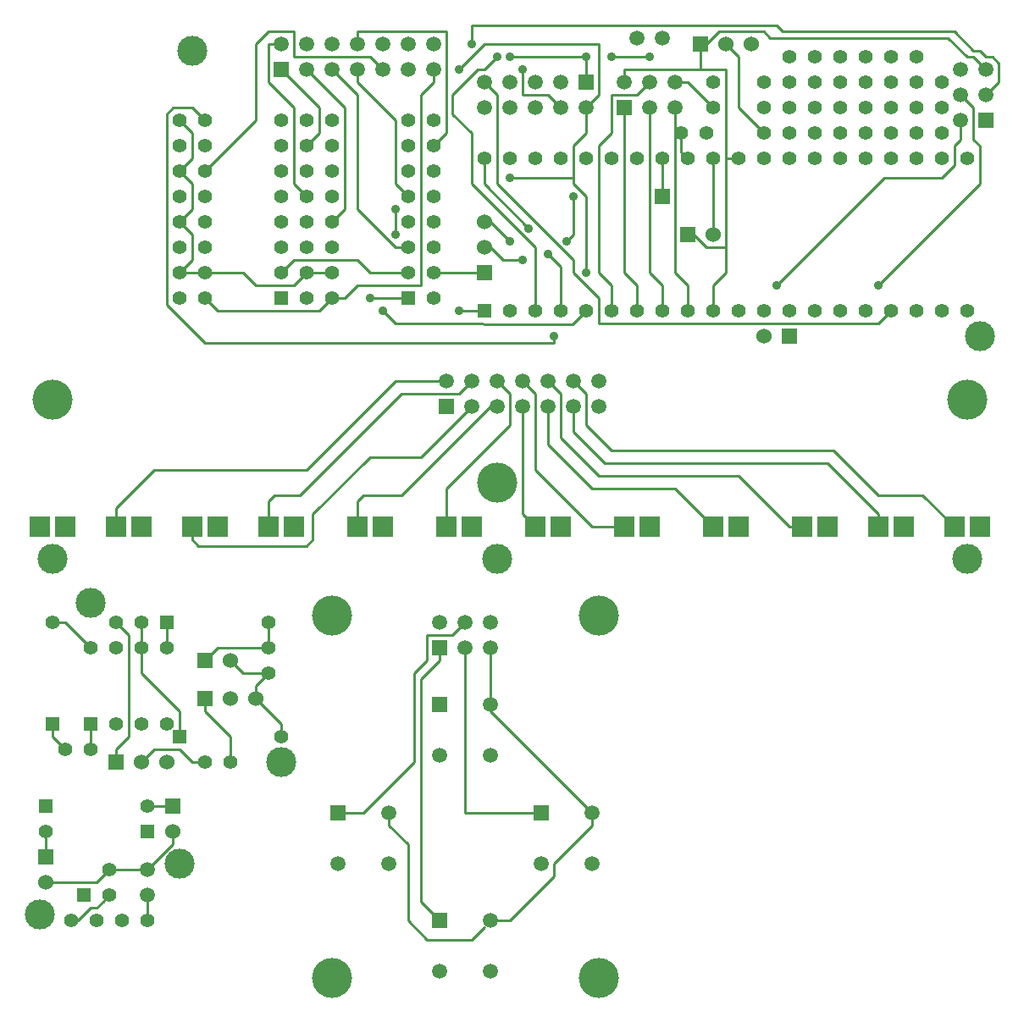
<source format=gtl>
G04 (created by PCBNEW (2013-07-07 BZR 4022)-stable) date 2014-10-27 00:32:54*
%MOIN*%
G04 Gerber Fmt 3.4, Leading zero omitted, Abs format*
%FSLAX34Y34*%
G01*
G70*
G90*
G04 APERTURE LIST*
%ADD10C,0.00590551*%
%ADD11C,0.055*%
%ADD12R,0.055X0.055*%
%ADD13R,0.0590551X0.0590551*%
%ADD14C,0.0590551*%
%ADD15R,0.0787402X0.0787402*%
%ADD16R,0.06X0.06*%
%ADD17C,0.06*%
%ADD18C,0.11811*%
%ADD19C,0.15748*%
%ADD20C,0.035*%
%ADD21C,0.01*%
G04 APERTURE END LIST*
G54D10*
G54D11*
X35500Y-8500D03*
X35500Y-7500D03*
X43500Y-6500D03*
X42500Y-6500D03*
X42500Y-7500D03*
X41500Y-7500D03*
X41500Y-6500D03*
X40500Y-6500D03*
X40500Y-7500D03*
X39500Y-7500D03*
X39500Y-6500D03*
X38500Y-6500D03*
X44500Y-9500D03*
X44500Y-8500D03*
X43500Y-9500D03*
X43500Y-8500D03*
X42500Y-9500D03*
X42500Y-8500D03*
X41500Y-9500D03*
X41500Y-8500D03*
X40500Y-9500D03*
X40500Y-8500D03*
X39500Y-9500D03*
X39500Y-8500D03*
X38500Y-7500D03*
X37500Y-7500D03*
X38500Y-9500D03*
X38500Y-8500D03*
X37500Y-9500D03*
X37500Y-8500D03*
G54D12*
X26500Y-16500D03*
G54D11*
X27500Y-16500D03*
X28500Y-16500D03*
X29500Y-16500D03*
X30500Y-16500D03*
X31500Y-16500D03*
X32500Y-16500D03*
X33500Y-16500D03*
X34500Y-16500D03*
X35500Y-16500D03*
X36500Y-16500D03*
X37500Y-16500D03*
X38500Y-16500D03*
X39500Y-16500D03*
X40500Y-16500D03*
X41500Y-16500D03*
X42500Y-16500D03*
X43500Y-16500D03*
X44500Y-16500D03*
X45500Y-16500D03*
X45500Y-10500D03*
X44500Y-10500D03*
X43500Y-10500D03*
X42500Y-10500D03*
X41500Y-10500D03*
X40500Y-10500D03*
X39500Y-10500D03*
X38500Y-10500D03*
X37500Y-10500D03*
X36500Y-10500D03*
X35500Y-10500D03*
X34500Y-10500D03*
X33500Y-10500D03*
X32500Y-10500D03*
X31500Y-10500D03*
X30500Y-10500D03*
X29500Y-10500D03*
X28500Y-10500D03*
X27500Y-10500D03*
X26500Y-10500D03*
X44500Y-7500D03*
X43500Y-7500D03*
G54D13*
X32000Y-8500D03*
G54D14*
X32000Y-7500D03*
X33000Y-8500D03*
X33000Y-7500D03*
X34000Y-8500D03*
X34000Y-7500D03*
G54D12*
X23500Y-16000D03*
G54D11*
X23500Y-15000D03*
X23500Y-14000D03*
X23500Y-13000D03*
X23500Y-12000D03*
X23500Y-11000D03*
X23500Y-10000D03*
X23500Y-9000D03*
X20500Y-9000D03*
X20500Y-10000D03*
X20500Y-11000D03*
X20500Y-12000D03*
X20500Y-13000D03*
X20500Y-14000D03*
X20500Y-15000D03*
X20500Y-16000D03*
G54D12*
X18500Y-16000D03*
G54D11*
X18500Y-15000D03*
X18500Y-14000D03*
X18500Y-13000D03*
X18500Y-12000D03*
X18500Y-11000D03*
X18500Y-10000D03*
X18500Y-9000D03*
X15500Y-9000D03*
X15500Y-10000D03*
X15500Y-11000D03*
X15500Y-12000D03*
X15500Y-13000D03*
X15500Y-14000D03*
X15500Y-15000D03*
X15500Y-16000D03*
G54D13*
X18500Y-7000D03*
G54D14*
X18500Y-6000D03*
X19500Y-7000D03*
X19500Y-6000D03*
X20500Y-7000D03*
X20500Y-6000D03*
X21500Y-7000D03*
X21500Y-6000D03*
X22500Y-7000D03*
X22500Y-6000D03*
X23500Y-7000D03*
X23500Y-6000D03*
X24500Y-7000D03*
X24500Y-6000D03*
X29500Y-8500D03*
X28500Y-8500D03*
X27500Y-8500D03*
G54D13*
X30500Y-7500D03*
G54D14*
X29500Y-7500D03*
X28500Y-7500D03*
X27500Y-7500D03*
X30500Y-8500D03*
X26500Y-7500D03*
X26500Y-8500D03*
G54D13*
X25000Y-20250D03*
G54D14*
X25000Y-19250D03*
X26000Y-20250D03*
X26000Y-19250D03*
X27000Y-20250D03*
X27000Y-19250D03*
X28000Y-20250D03*
X28000Y-19250D03*
X29000Y-20250D03*
X29000Y-19250D03*
X30000Y-20250D03*
X30000Y-19250D03*
X31000Y-20250D03*
X31000Y-19250D03*
G54D15*
X9000Y-25000D03*
X10000Y-25000D03*
X12000Y-25000D03*
X13000Y-25000D03*
X15000Y-25000D03*
X16000Y-25000D03*
X18000Y-25000D03*
X19000Y-25000D03*
X21500Y-25000D03*
X22500Y-25000D03*
X25000Y-25000D03*
X26000Y-25000D03*
X28500Y-25000D03*
X29500Y-25000D03*
X32000Y-25000D03*
X33000Y-25000D03*
X35500Y-25000D03*
X36500Y-25000D03*
X39000Y-25000D03*
X40000Y-25000D03*
X42000Y-25000D03*
X43000Y-25000D03*
X45000Y-25000D03*
X46000Y-25000D03*
G54D11*
X13000Y-28750D03*
X12000Y-28750D03*
X11000Y-33750D03*
X10000Y-33750D03*
X18000Y-29750D03*
X18000Y-30750D03*
G54D16*
X15500Y-31750D03*
G54D17*
X16500Y-31750D03*
X17500Y-31750D03*
G54D16*
X15500Y-30250D03*
G54D17*
X16500Y-30250D03*
G54D12*
X11000Y-32750D03*
G54D11*
X12000Y-32750D03*
X13000Y-32750D03*
X14000Y-32750D03*
X14000Y-29750D03*
X13000Y-29750D03*
X12000Y-29750D03*
X11000Y-29750D03*
G54D12*
X9500Y-32750D03*
G54D11*
X9500Y-28750D03*
G54D12*
X14500Y-33250D03*
G54D11*
X18500Y-33250D03*
G54D12*
X14000Y-28750D03*
G54D11*
X18000Y-28750D03*
X15500Y-34250D03*
X16500Y-34250D03*
G54D16*
X12000Y-34250D03*
G54D17*
X13000Y-34250D03*
X14000Y-34250D03*
G54D11*
X24500Y-10000D03*
X24500Y-9000D03*
X24500Y-12000D03*
X24500Y-11000D03*
X24500Y-14000D03*
X24500Y-13000D03*
X24500Y-16000D03*
X24500Y-15000D03*
X19500Y-16000D03*
X19500Y-15000D03*
X19500Y-14000D03*
X19500Y-13000D03*
X19500Y-12000D03*
X19500Y-11000D03*
X19500Y-10000D03*
X19500Y-9000D03*
X14500Y-16000D03*
X14500Y-15000D03*
X14500Y-14000D03*
X14500Y-13000D03*
X14500Y-12000D03*
X14500Y-11000D03*
X14500Y-10000D03*
X14500Y-9000D03*
G54D14*
X13250Y-38500D03*
X13250Y-39500D03*
G54D12*
X10750Y-39500D03*
G54D11*
X11750Y-39500D03*
X11750Y-38500D03*
X10250Y-40500D03*
X11250Y-40500D03*
X13250Y-40500D03*
X12250Y-40500D03*
G54D16*
X9250Y-38000D03*
G54D17*
X9250Y-39000D03*
G54D16*
X14250Y-36000D03*
G54D17*
X14250Y-37000D03*
G54D12*
X9250Y-36000D03*
G54D11*
X13250Y-36000D03*
G54D12*
X13250Y-37000D03*
G54D11*
X9250Y-37000D03*
G54D16*
X35000Y-6000D03*
G54D17*
X36000Y-6000D03*
X37000Y-6000D03*
G54D14*
X33500Y-5750D03*
X32500Y-5750D03*
G54D13*
X24750Y-40500D03*
G54D14*
X26750Y-40500D03*
X26750Y-42500D03*
X24750Y-42500D03*
G54D13*
X20750Y-36250D03*
G54D14*
X22750Y-36250D03*
X22750Y-38250D03*
X20750Y-38250D03*
G54D13*
X28750Y-36250D03*
G54D14*
X30750Y-36250D03*
X30750Y-38250D03*
X28750Y-38250D03*
G54D13*
X24750Y-32000D03*
G54D14*
X26750Y-32000D03*
X26750Y-34000D03*
X24750Y-34000D03*
G54D13*
X24750Y-29750D03*
G54D14*
X24750Y-28750D03*
X25750Y-29750D03*
X25750Y-28750D03*
X26750Y-28750D03*
X26750Y-29750D03*
G54D11*
X34250Y-9500D03*
X35250Y-9500D03*
G54D16*
X38500Y-17500D03*
G54D17*
X37500Y-17500D03*
G54D13*
X46250Y-9000D03*
G54D14*
X45250Y-9000D03*
X46250Y-8000D03*
X45250Y-8000D03*
X45250Y-7000D03*
X46250Y-7000D03*
G54D18*
X15000Y-6250D03*
X46000Y-17500D03*
G54D19*
X45500Y-20000D03*
X9500Y-20000D03*
X27000Y-23250D03*
G54D18*
X45500Y-26250D03*
X9500Y-26250D03*
X27000Y-26250D03*
X18500Y-34250D03*
X11000Y-28000D03*
X14500Y-38250D03*
X9000Y-40250D03*
G54D16*
X26500Y-15000D03*
G54D17*
X26500Y-14000D03*
X26500Y-13000D03*
G54D16*
X34500Y-13500D03*
G54D17*
X35500Y-13500D03*
G54D16*
X33500Y-12000D03*
G54D19*
X31000Y-28500D03*
X20500Y-28500D03*
X20500Y-42750D03*
X31000Y-42750D03*
G54D20*
X38000Y-15500D03*
X28250Y-13250D03*
X28000Y-14500D03*
X26000Y-6000D03*
X27000Y-6500D03*
X42000Y-15500D03*
X30000Y-12000D03*
X29750Y-13750D03*
X29000Y-14250D03*
X28000Y-7000D03*
X22500Y-16500D03*
X22000Y-16000D03*
X25500Y-16500D03*
X29250Y-17500D03*
X27500Y-11250D03*
X27500Y-13750D03*
X30500Y-15000D03*
X25500Y-7000D03*
X27500Y-6500D03*
X33000Y-6500D03*
X31500Y-6500D03*
X30500Y-6500D03*
X23000Y-12500D03*
X23000Y-13500D03*
G54D21*
X13000Y-34250D02*
X13500Y-33750D01*
X15000Y-34250D02*
X15500Y-34250D01*
X14500Y-33750D02*
X15000Y-34250D01*
X13500Y-33750D02*
X14500Y-33750D01*
X29000Y-20250D02*
X29000Y-21750D01*
X34000Y-23500D02*
X35500Y-25000D01*
X30750Y-23500D02*
X34000Y-23500D01*
X29000Y-21750D02*
X30750Y-23500D01*
X27000Y-20250D02*
X26750Y-20250D01*
X21500Y-24000D02*
X21500Y-25000D01*
X21750Y-23750D02*
X21500Y-24000D01*
X23250Y-23750D02*
X21750Y-23750D01*
X26750Y-20250D02*
X23250Y-23750D01*
X27000Y-19250D02*
X27500Y-19750D01*
X25000Y-23500D02*
X25000Y-25000D01*
X27500Y-21000D02*
X25000Y-23500D01*
X27500Y-19750D02*
X27500Y-21000D01*
X28000Y-20250D02*
X28000Y-24500D01*
X28000Y-24500D02*
X28500Y-25000D01*
X28000Y-19250D02*
X28500Y-19750D01*
X30750Y-25000D02*
X32000Y-25000D01*
X28500Y-22750D02*
X30750Y-25000D01*
X28500Y-19750D02*
X28500Y-22750D01*
X29000Y-19250D02*
X29500Y-19750D01*
X38500Y-25000D02*
X39000Y-25000D01*
X36500Y-23000D02*
X38500Y-25000D01*
X34750Y-23000D02*
X36500Y-23000D01*
X31000Y-23000D02*
X34750Y-23000D01*
X29500Y-21500D02*
X31000Y-23000D01*
X29500Y-19750D02*
X29500Y-21500D01*
X30000Y-20250D02*
X30000Y-21250D01*
X42000Y-24500D02*
X42000Y-25000D01*
X40000Y-22500D02*
X42000Y-24500D01*
X37000Y-22500D02*
X40000Y-22500D01*
X31250Y-22500D02*
X37000Y-22500D01*
X30000Y-21250D02*
X31250Y-22500D01*
X30000Y-19250D02*
X30500Y-19750D01*
X43750Y-23750D02*
X45000Y-25000D01*
X42000Y-23750D02*
X43750Y-23750D01*
X40250Y-22000D02*
X42000Y-23750D01*
X31500Y-22000D02*
X40250Y-22000D01*
X30500Y-21000D02*
X31500Y-22000D01*
X30500Y-19750D02*
X30500Y-21000D01*
X26000Y-20250D02*
X24000Y-22250D01*
X15000Y-25500D02*
X15000Y-25000D01*
X15250Y-25750D02*
X15000Y-25500D01*
X19500Y-25750D02*
X15250Y-25750D01*
X19750Y-25500D02*
X19500Y-25750D01*
X19750Y-24500D02*
X19750Y-25500D01*
X22000Y-22250D02*
X19750Y-24500D01*
X24000Y-22250D02*
X22000Y-22250D01*
X16500Y-34250D02*
X16500Y-33250D01*
X15500Y-32250D02*
X15500Y-31750D01*
X16500Y-33250D02*
X15500Y-32250D01*
X12000Y-25000D02*
X12000Y-24250D01*
X23000Y-19250D02*
X25000Y-19250D01*
X19500Y-22750D02*
X23000Y-19250D01*
X13500Y-22750D02*
X19500Y-22750D01*
X12000Y-24250D02*
X13500Y-22750D01*
X26000Y-19250D02*
X25500Y-19750D01*
X18000Y-24000D02*
X18000Y-25000D01*
X18250Y-23750D02*
X18000Y-24000D01*
X19250Y-23750D02*
X18250Y-23750D01*
X23250Y-19750D02*
X19250Y-23750D01*
X25500Y-19750D02*
X23250Y-19750D01*
X25750Y-29750D02*
X25750Y-36250D01*
X25750Y-36250D02*
X28750Y-36250D01*
X18000Y-30750D02*
X17000Y-30750D01*
X17000Y-30750D02*
X16500Y-30250D01*
X17500Y-31750D02*
X17500Y-31250D01*
X17500Y-31250D02*
X18000Y-30750D01*
X18500Y-33250D02*
X18500Y-32750D01*
X18500Y-32750D02*
X17500Y-31750D01*
X13000Y-29750D02*
X13000Y-30750D01*
X14500Y-32250D02*
X14500Y-33250D01*
X13000Y-30750D02*
X14500Y-32250D01*
X13000Y-28750D02*
X13000Y-29750D01*
X12000Y-34250D02*
X12000Y-33750D01*
X12500Y-29250D02*
X12000Y-28750D01*
X12500Y-29750D02*
X12500Y-29250D01*
X12500Y-32250D02*
X12500Y-29750D01*
X12500Y-33250D02*
X12500Y-32250D01*
X12000Y-33750D02*
X12500Y-33250D01*
X24750Y-29750D02*
X24750Y-30250D01*
X24000Y-39750D02*
X24750Y-40500D01*
X24000Y-31000D02*
X24000Y-39750D01*
X24750Y-30250D02*
X24000Y-31000D01*
X11000Y-33750D02*
X11000Y-32750D01*
X13250Y-36000D02*
X14250Y-36000D01*
X14250Y-37000D02*
X14250Y-37500D01*
X14250Y-37500D02*
X13250Y-38500D01*
X13250Y-38500D02*
X11750Y-38500D01*
X9250Y-39000D02*
X11250Y-39000D01*
X11250Y-39000D02*
X11750Y-38500D01*
X45250Y-9750D02*
X45250Y-9000D01*
X45000Y-10000D02*
X45250Y-9750D01*
X45000Y-10750D02*
X45000Y-10000D01*
X44500Y-11250D02*
X45000Y-10750D01*
X42250Y-11250D02*
X44500Y-11250D01*
X38000Y-15500D02*
X42250Y-11250D01*
X26500Y-14000D02*
X26500Y-13750D01*
X26500Y-11500D02*
X26500Y-10500D01*
X28250Y-13250D02*
X26500Y-11500D01*
X27250Y-14500D02*
X28000Y-14500D01*
X26500Y-13750D02*
X27250Y-14500D01*
X33500Y-10500D02*
X33500Y-12000D01*
X28500Y-16500D02*
X28500Y-14000D01*
X46750Y-7500D02*
X46250Y-8000D01*
X46750Y-6750D02*
X46750Y-7500D01*
X46500Y-6500D02*
X46750Y-6750D01*
X46250Y-6500D02*
X46500Y-6500D01*
X46000Y-6250D02*
X46250Y-6500D01*
X45750Y-6250D02*
X46000Y-6250D01*
X45000Y-5500D02*
X45750Y-6250D01*
X44750Y-5500D02*
X45000Y-5500D01*
X44250Y-5500D02*
X44750Y-5500D01*
X38250Y-5500D02*
X44250Y-5500D01*
X38000Y-5250D02*
X38250Y-5500D01*
X35750Y-5250D02*
X38000Y-5250D01*
X26000Y-5250D02*
X35750Y-5250D01*
X26000Y-6000D02*
X26000Y-5250D01*
X26500Y-7000D02*
X27000Y-6500D01*
X26250Y-7000D02*
X26500Y-7000D01*
X25250Y-8000D02*
X26250Y-7000D01*
X25250Y-8750D02*
X25250Y-8000D01*
X26000Y-9500D02*
X25250Y-8750D01*
X26000Y-11500D02*
X26000Y-9500D01*
X28500Y-14000D02*
X26000Y-11500D01*
X29500Y-16500D02*
X29500Y-14750D01*
X45750Y-8500D02*
X45250Y-8000D01*
X45750Y-9750D02*
X45750Y-8500D01*
X46000Y-10000D02*
X45750Y-9750D01*
X46000Y-11500D02*
X46000Y-10000D01*
X42000Y-15500D02*
X46000Y-11500D01*
X30000Y-13500D02*
X30000Y-12000D01*
X29750Y-13750D02*
X30000Y-13500D01*
X29500Y-14750D02*
X29000Y-14250D01*
X19500Y-7000D02*
X21000Y-8500D01*
X21000Y-12500D02*
X20500Y-13000D01*
X21000Y-8500D02*
X21000Y-12500D01*
X9500Y-28750D02*
X10000Y-28750D01*
X10000Y-28750D02*
X11000Y-29750D01*
X9250Y-37000D02*
X9250Y-38000D01*
X25750Y-28750D02*
X25250Y-29250D01*
X21750Y-36250D02*
X20750Y-36250D01*
X23750Y-34250D02*
X21750Y-36250D01*
X23750Y-30750D02*
X23750Y-34250D01*
X24250Y-30250D02*
X23750Y-30750D01*
X24250Y-29250D02*
X24250Y-30250D01*
X25250Y-29250D02*
X24250Y-29250D01*
X13250Y-39500D02*
X13250Y-40500D01*
X29500Y-8500D02*
X29000Y-8000D01*
X28000Y-8000D02*
X28000Y-7000D01*
X29000Y-8000D02*
X28000Y-8000D01*
X26500Y-7500D02*
X27000Y-8000D01*
X42000Y-17000D02*
X42500Y-16500D01*
X31500Y-17000D02*
X42000Y-17000D01*
X31000Y-17000D02*
X31500Y-17000D01*
X31000Y-16000D02*
X31000Y-17000D01*
X30000Y-15000D02*
X31000Y-16000D01*
X30000Y-14500D02*
X30000Y-15000D01*
X27000Y-11500D02*
X30000Y-14500D01*
X27000Y-9000D02*
X27000Y-11500D01*
X27000Y-8000D02*
X27000Y-9000D01*
X14000Y-28750D02*
X14000Y-29750D01*
X29999Y-17014D02*
X30500Y-16500D01*
X23000Y-17000D02*
X29999Y-17014D01*
X22500Y-16500D02*
X23000Y-17000D01*
X18500Y-15000D02*
X19000Y-14500D01*
X22000Y-15000D02*
X23500Y-15000D01*
X21500Y-14500D02*
X22000Y-15000D01*
X19000Y-14500D02*
X21500Y-14500D01*
X22500Y-7000D02*
X22000Y-6500D01*
X17500Y-9000D02*
X15500Y-11000D01*
X17500Y-6000D02*
X17500Y-9000D01*
X18000Y-5500D02*
X17500Y-6000D01*
X19000Y-5500D02*
X18000Y-5500D01*
X19000Y-6500D02*
X19000Y-5500D01*
X22000Y-6500D02*
X19000Y-6500D01*
X22750Y-36250D02*
X22750Y-36750D01*
X26000Y-41250D02*
X26500Y-40750D01*
X24250Y-41250D02*
X26000Y-41250D01*
X23500Y-40500D02*
X24250Y-41250D01*
X23500Y-37500D02*
X23500Y-40500D01*
X22750Y-36750D02*
X23500Y-37500D01*
X30750Y-36250D02*
X30750Y-36750D01*
X27500Y-40500D02*
X26750Y-40500D01*
X29250Y-38750D02*
X27500Y-40500D01*
X29250Y-38250D02*
X29250Y-38750D01*
X30750Y-36750D02*
X29250Y-38250D01*
X26750Y-32000D02*
X26750Y-32250D01*
X26750Y-32250D02*
X30750Y-36250D01*
X26750Y-29750D02*
X26750Y-32000D01*
X9500Y-32750D02*
X9500Y-33250D01*
X9500Y-33250D02*
X10000Y-33750D01*
X22000Y-16000D02*
X23500Y-16000D01*
X26500Y-16500D02*
X25500Y-16500D01*
X33000Y-8500D02*
X33000Y-15000D01*
X33500Y-15500D02*
X33500Y-16500D01*
X33000Y-15000D02*
X33500Y-15500D01*
X18500Y-6000D02*
X18000Y-6000D01*
X19000Y-11500D02*
X19500Y-12000D01*
X19000Y-8500D02*
X19000Y-11500D01*
X18500Y-8000D02*
X19000Y-8500D01*
X18000Y-7500D02*
X18500Y-8000D01*
X18000Y-6000D02*
X18000Y-7500D01*
X36000Y-6000D02*
X36500Y-6500D01*
X36500Y-8500D02*
X37500Y-9500D01*
X36500Y-6500D02*
X36500Y-8500D01*
X15500Y-9000D02*
X15000Y-8500D01*
X29250Y-17750D02*
X29250Y-17500D01*
X29000Y-17750D02*
X29250Y-17750D01*
X15500Y-17750D02*
X29000Y-17750D01*
X14000Y-16250D02*
X15500Y-17750D01*
X14000Y-8750D02*
X14000Y-16250D01*
X14250Y-8500D02*
X14000Y-8750D01*
X15000Y-8500D02*
X14250Y-8500D01*
X32000Y-8500D02*
X32000Y-15000D01*
X32500Y-15500D02*
X32500Y-16500D01*
X32000Y-15000D02*
X32500Y-15500D01*
X34000Y-8500D02*
X34000Y-15000D01*
X34500Y-15500D02*
X34500Y-16500D01*
X34000Y-15000D02*
X34500Y-15500D01*
X18500Y-7000D02*
X20000Y-8500D01*
X20000Y-9500D02*
X19500Y-10000D01*
X20000Y-8500D02*
X20000Y-9500D01*
X21500Y-7000D02*
X21500Y-7500D01*
X23000Y-11500D02*
X23500Y-12000D01*
X23000Y-9000D02*
X23000Y-11500D01*
X21500Y-7500D02*
X23000Y-9000D01*
X24500Y-10000D02*
X25000Y-9500D01*
X21500Y-5500D02*
X21500Y-6000D01*
X25000Y-5500D02*
X21500Y-5500D01*
X25000Y-9500D02*
X25000Y-5500D01*
X34250Y-9500D02*
X34250Y-10250D01*
X34250Y-10250D02*
X34500Y-10500D01*
X23500Y-14000D02*
X23000Y-14000D01*
X21500Y-8000D02*
X20500Y-7000D01*
X21500Y-12500D02*
X21500Y-8000D01*
X23000Y-14000D02*
X21500Y-12500D01*
X33000Y-7500D02*
X32500Y-8000D01*
X31500Y-15500D02*
X31500Y-16500D01*
X31000Y-15000D02*
X31500Y-15500D01*
X31000Y-10000D02*
X31000Y-15000D01*
X31500Y-9500D02*
X31000Y-10000D01*
X31500Y-8000D02*
X31500Y-9500D01*
X32500Y-8000D02*
X31500Y-8000D01*
X18000Y-29750D02*
X18000Y-28750D01*
X18000Y-29750D02*
X17500Y-29750D01*
X16000Y-29750D02*
X15500Y-30250D01*
X17500Y-29750D02*
X16000Y-29750D01*
X28000Y-11250D02*
X30000Y-11250D01*
X27500Y-11250D02*
X28000Y-11250D01*
X30000Y-11500D02*
X30000Y-11250D01*
X30000Y-11250D02*
X30000Y-10000D01*
X30500Y-12000D02*
X30000Y-11500D01*
X30500Y-15000D02*
X30500Y-12000D01*
X26500Y-13000D02*
X26750Y-13000D01*
X26750Y-13000D02*
X27500Y-13750D01*
X34500Y-13500D02*
X34750Y-13500D01*
X35250Y-14000D02*
X36000Y-14000D01*
X34750Y-13500D02*
X35250Y-14000D01*
X46250Y-7000D02*
X45750Y-6500D01*
X35250Y-6000D02*
X35000Y-6000D01*
X35750Y-5500D02*
X35250Y-6000D01*
X37500Y-5500D02*
X35750Y-5500D01*
X37750Y-5750D02*
X37500Y-5500D01*
X44750Y-5750D02*
X37750Y-5750D01*
X45500Y-6500D02*
X44750Y-5750D01*
X45750Y-6500D02*
X45500Y-6500D01*
X36500Y-10500D02*
X36000Y-10500D01*
X35000Y-6000D02*
X35000Y-7000D01*
X30500Y-9500D02*
X30500Y-8500D01*
X30000Y-10000D02*
X30500Y-9500D01*
X30500Y-8500D02*
X31000Y-8000D01*
X31000Y-8000D02*
X31000Y-6000D01*
X31000Y-6000D02*
X26500Y-6000D01*
X26500Y-6000D02*
X25500Y-7000D01*
X20500Y-16000D02*
X21000Y-16000D01*
X24500Y-7500D02*
X24500Y-7000D01*
X24000Y-8000D02*
X24500Y-7500D01*
X24000Y-9000D02*
X24000Y-8000D01*
X24000Y-15500D02*
X24000Y-9000D01*
X23000Y-15500D02*
X24000Y-15500D01*
X22500Y-15500D02*
X23000Y-15500D01*
X21500Y-15500D02*
X22500Y-15500D01*
X21000Y-16000D02*
X21500Y-15500D01*
X32000Y-7500D02*
X32000Y-7000D01*
X32000Y-7000D02*
X35000Y-7000D01*
X35000Y-7000D02*
X36000Y-7000D01*
X36000Y-7000D02*
X36000Y-9750D01*
X36000Y-9750D02*
X36000Y-10500D01*
X36000Y-10500D02*
X36000Y-11000D01*
X36000Y-11000D02*
X36000Y-14000D01*
X36000Y-14000D02*
X36000Y-15000D01*
X36000Y-15000D02*
X35500Y-15500D01*
X35500Y-15500D02*
X35500Y-16500D01*
X20500Y-16000D02*
X20000Y-16500D01*
X16000Y-16500D02*
X15500Y-16000D01*
X20000Y-16500D02*
X16000Y-16500D01*
X26500Y-15000D02*
X24500Y-15000D01*
X35500Y-13500D02*
X35500Y-10500D01*
X27500Y-6500D02*
X30500Y-6500D01*
X33000Y-6500D02*
X32000Y-6500D01*
X32000Y-6500D02*
X31500Y-6500D01*
X30500Y-6500D02*
X30500Y-7500D01*
X23000Y-13500D02*
X23000Y-12500D01*
X19500Y-15000D02*
X20500Y-15000D01*
X34000Y-7500D02*
X34500Y-7500D01*
X34500Y-7500D02*
X35500Y-8500D01*
X15500Y-15000D02*
X17000Y-15000D01*
X19000Y-15500D02*
X19500Y-15000D01*
X17500Y-15500D02*
X19000Y-15500D01*
X17000Y-15000D02*
X17500Y-15500D01*
X14500Y-15000D02*
X15500Y-15000D01*
X14500Y-13000D02*
X15000Y-13500D01*
X15000Y-14500D02*
X14500Y-15000D01*
X15000Y-13500D02*
X15000Y-14500D01*
X14500Y-11000D02*
X15000Y-11500D01*
X15000Y-12500D02*
X14500Y-13000D01*
X15000Y-11500D02*
X15000Y-12500D01*
X14500Y-9000D02*
X15000Y-9500D01*
X15000Y-10500D02*
X14500Y-11000D01*
X15000Y-10000D02*
X15000Y-10500D01*
X15000Y-9500D02*
X15000Y-10000D01*
X11750Y-39500D02*
X11500Y-39750D01*
X10500Y-40500D02*
X10250Y-40500D01*
X11000Y-40000D02*
X10500Y-40500D01*
X11250Y-40000D02*
X11000Y-40000D01*
X11500Y-39750D02*
X11250Y-40000D01*
M02*

</source>
